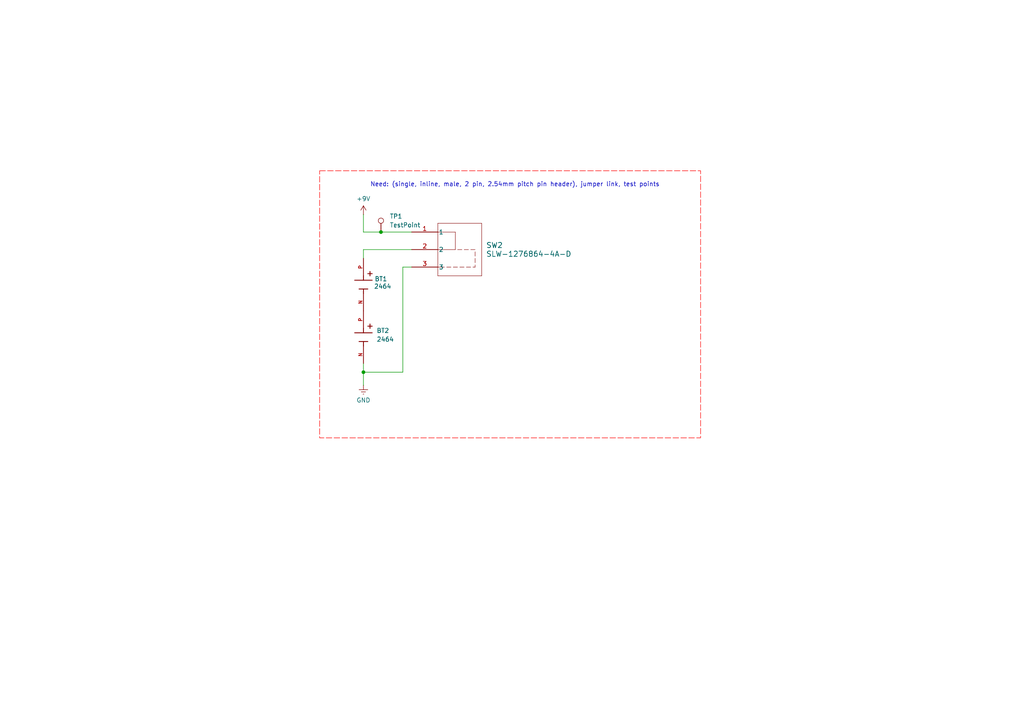
<source format=kicad_sch>
(kicad_sch (version 20250114) (generator "eeschema") (generator_version "9.0")
  (paper "A4")
  (lib_symbols
    (symbol "Connector:TestPoint" (pin_numbers (hide yes)) (pin_names (offset 0.762) (hide yes))
      (property "Reference" "TP" (at 0 6.858 0))
      (property "Value" "TestPoint" (at 0 5.08 0))
      (symbol "TestPoint_0_1"
        (circle (center 0 3.302) (radius 0.762))
      )
      (symbol "TestPoint_1_1"
        (pin passive line (at 0 0 90) (length 2.54) (name "1") (number "1"))
      )
    )
    (symbol "Earr_loggy_sym_lib:2464" (pin_names (offset 1.016))
      (property "Reference" "BT" (at -3.81 3.81 0))
      (property "Value" "2464" (at -3.81 -5.08 0))
      (symbol "2464_0_0"
        (polyline (pts (xy -3.81 1.905) (xy -2.54 1.905)) (stroke (width 0.254)))
        (polyline (pts (xy -3.175 2.54) (xy -3.175 1.27)) (stroke (width 0.254)))
        (polyline (pts (xy -1.27 2.54) (xy -1.27 -2.54)) (stroke (width 0.254)))
        (polyline (pts (xy -1.27 0) (xy -2.54 0)) (stroke (width 0.254)))
        (polyline (pts (xy 1.27 1.27) (xy 1.27 -1.27)) (stroke (width 0.254)))
        (polyline (pts (xy 1.27 0) (xy 2.54 0)) (stroke (width 0.254)))
        (pin passive line (at -7.62 0 0) (length 5.08) (name "~") (number "P"))
        (pin passive line (at 7.62 0 180) (length 5.08) (name "~") (number "N"))
      )
    )
    (symbol "Earr_loggy_sym_lib:SLW-1276864-4A-D" (pin_names (offset 0.254))
      (property "Reference" "SW" (at 20.32 7.62 0))
      (property "Value" "SLW-1276864-4A-D" (at 20.32 5.08 0))
      (symbol "SLW-1276864-4A-D_0_1"
        (polyline (pts (xy 7.62 2.54) (xy 7.62 -12.7)) (stroke (width 0.127)))
        (polyline (pts (xy 7.62 0) (xy 12.7 0)) (stroke (width 0.127)))
        (polyline (pts (xy 7.62 -12.7) (xy 20.32 -12.7)) (stroke (width 0.127)))
        (polyline (pts (xy 9.525 -10.16) (xy 7.62 -10.16)) (stroke (width 0.127)))
        (polyline (pts (xy 11.43 -10.16) (xy 10.16 -10.16)) (stroke (width 0.127)))
        (polyline (pts (xy 12.7 0) (xy 12.7 -5.08)) (stroke (width 0.127)))
        (polyline (pts (xy 12.7 -5.08) (xy 7.62 -5.08)) (stroke (width 0.127)))
        (polyline (pts (xy 13.335 -5.08) (xy 14.605 -5.08)) (stroke (width 0.127)))
        (polyline (pts (xy 13.335 -10.16) (xy 12.065 -10.16)) (stroke (width 0.127)))
        (polyline (pts (xy 15.24 -5.08) (xy 16.51 -5.08)) (stroke (width 0.127)))
        (polyline (pts (xy 15.24 -10.16) (xy 13.97 -10.16)) (stroke (width 0.127)))
        (polyline (pts (xy 17.145 -5.08) (xy 18.415 -5.08)) (stroke (width 0.127)))
        (polyline (pts (xy 17.145 -10.16) (xy 15.875 -10.16)) (stroke (width 0.127)))
        (polyline (pts (xy 17.78 -10.16) (xy 18.415 -10.16)) (stroke (width 0.127)))
        (polyline (pts (xy 18.415 -5.715) (xy 18.415 -6.985)) (stroke (width 0.127)))
        (polyline (pts (xy 18.415 -7.62) (xy 18.415 -8.89)) (stroke (width 0.127)))
        (polyline (pts (xy 18.415 -9.525) (xy 18.415 -10.16)) (stroke (width 0.127)))
        (polyline (pts (xy 20.32 2.54) (xy 7.62 2.54)) (stroke (width 0.127)))
        (polyline (pts (xy 20.32 -12.7) (xy 20.32 2.54)) (stroke (width 0.127)))
        (pin unspecified line (at 0 0 0) (length 7.62) (name "1") (number "1"))
        (pin unspecified line (at 0 -5.08 0) (length 7.62) (name "2") (number "2"))
        (pin unspecified line (at 0 -10.16 0) (length 7.62) (name "3") (number "3"))
      )
    )
    (symbol "power:+9V" (power) (pin_numbers (hide yes)) (pin_names (offset 0) (hide yes))
      (property "Value" "+9V" (at 0 3.556 0))
      (symbol "+9V_0_1"
        (polyline (pts (xy -0.762 1.27) (xy 0 2.54)))
        (polyline (pts (xy 0 2.54) (xy 0.762 1.27)))
        (polyline (pts (xy 0 0) (xy 0 2.54)))
      )
      (symbol "+9V_1_1"
        (pin power_in line (at 0 0 90) (length 0) (name "~") (number "1"))
      )
    )
    (symbol "power:Earth" (power) (pin_numbers (hide yes)) (pin_names (offset 0) (hide yes))
      (property "Value" "Earth" (at 0 -3.81 0))
      (symbol "Earth_0_1"
        (polyline (pts (xy -0.635 -1.905) (xy 0.635 -1.905)))
        (polyline (pts (xy -0.127 -2.54) (xy 0.127 -2.54)))
        (polyline (pts (xy 0 -1.27) (xy 0 0)))
        (polyline (pts (xy 1.27 -1.27) (xy -1.27 -1.27)))
      )
      (symbol "Earth_1_1"
        (pin power_in line (at 0 0 270) (length 0) (name "~") (number "1"))
      )
    )
  )
  (text "Need: (single, inline, male, 2 pin, 2.54mm pitch pin header), jumper link, test points" (at 149.352 53.594 0) (effects (font (size 1.27 1.27))))
  (junction (at 110.49 67.31))
  (junction (at 105.41 107.95))
  (wire (pts (xy 105.41 67.31) (xy 110.49 67.31)))
  (wire (pts (xy 105.41 72.39) (xy 119.38 72.39)))
  (wire (pts (xy 116.84 77.47) (xy 119.38 77.47)))
  (wire (pts (xy 116.84 77.47) (xy 116.84 107.95)))
  (wire (pts (xy 110.49 67.31) (xy 119.38 67.31)))
  (wire (pts (xy 116.84 107.95) (xy 105.41 107.95)))
  (wire (pts (xy 105.41 72.39) (xy 105.41 74.93)))
  (wire (pts (xy 105.41 107.95) (xy 105.41 111.76)))
  (wire (pts (xy 105.41 62.23) (xy 105.41 67.31)))
  (wire (pts (xy 105.41 105.41) (xy 105.41 107.95)))
  (rule_area (polyline (pts (xy 92.71 49.53) (xy 203.2 49.53) (xy 203.2 127) (xy 92.71 127)) (stroke (width 0) (type dash))))
  (symbol (lib_id "power:+9V") (at 105.41 62.23 0) (unit 1)
    (property "Reference" "#PWR091" (effects (hide yes)))
    (property "Value" "+9V" (at 105.41 57.658 0))
    (property "Description" "Power symbol creates a global label with name \"+9V\"" (effects (hide yes)))
  )
  (symbol (lib_id "Earr_loggy_sym_lib:2464") (at 105.41 97.79 270) (unit 1)
    (property "Reference" "BT2" (at 109.22 95.8849 90) (effects (justify left)))
    (property "Value" "2464" (at 109.22 98.4249 90) (effects (justify left)))
    (property "Footprint" "2464:BAT_2464" (effects (hide yes)))
    (property "PARTREV" "G" (effects (hide yes)))
    (property "STANDARD" "Manufacturer Recommendations" (effects (hide yes)))
    (property "SNAPEDA_PN" "2464" (effects (hide yes)))
    (property "MAXIMUM_PACKAGE_HEIGHT" "17.37mm" (effects (hide yes)))
    (property "MANUFACTURER" "Keystone" (effects (hide yes)))
  )
  (symbol (lib_id "Earr_loggy_sym_lib:2464") (at 105.41 82.55 270) (unit 1)
    (property "Reference" "BT1" (at 110.49 80.899 90))
    (property "Value" "2464" (at 110.998 83.058 90))
    (property "Footprint" "2464:BAT_2464" (effects (hide yes)))
    (property "PARTREV" "G" (effects (hide yes)))
    (property "STANDARD" "Manufacturer Recommendations" (effects (hide yes)))
    (property "SNAPEDA_PN" "2464" (effects (hide yes)))
    (property "MAXIMUM_PACKAGE_HEIGHT" "17.37mm" (effects (hide yes)))
    (property "MANUFACTURER" "Keystone" (effects (hide yes)))
  )
  (symbol (lib_id "Connector:TestPoint") (at 110.49 67.31 0) (unit 1)
    (property "Reference" "TP1" (at 113.03 62.7379 0) (effects (justify left)))
    (property "Value" "TestPoint" (at 113.03 65.2779 0) (effects (justify left)))
    (property "Description" "test point" (effects (hide yes)))
  )
  (symbol (lib_id "Earr_loggy_sym_lib:SLW-1276864-4A-D") (at 119.38 67.31 0) (unit 1)
    (property "Reference" "SW2" (at 140.97 71.1199 0) (effects (font (size 1.524 1.524)) (justify left)))
    (property "Value" "SLW-1276864-4A-D" (at 140.97 73.6599 0) (effects (font (size 1.524 1.524)) (justify left)))
    (property "Footprint" "kicad_footprint-library-engg3800-alvin:SLW-1276864_CUD" (effects (hide yes)))
    (property "Datasheet" "SLW-1276864-4A-D" (effects (hide yes)))
  )
  (symbol (lib_id "power:Earth") (at 105.41 111.76 0) (unit 1)
    (property "Reference" "#PWR090" (effects (hide yes)))
    (property "Value" "GND" (at 105.41 116.078 0))
    (property "Description" "Power symbol creates a global label with name \"Earth\"" (effects (hide yes)))
  )
)
</source>
